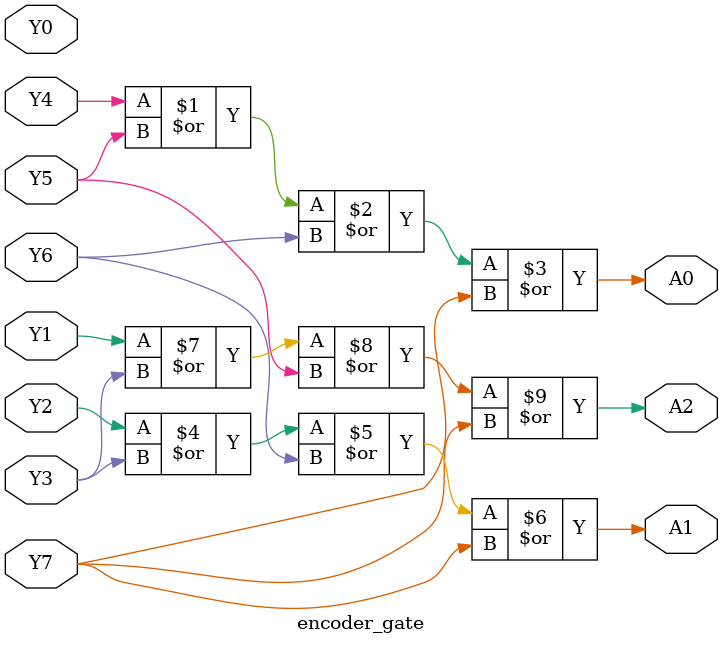
<source format=v>
module encoder_gate(Y0, Y1, Y2, Y3, Y4, Y5, Y6, Y7, A0, A1, A2);
  input Y0, Y1, Y2, Y3, Y4, Y5, Y6, Y7;
  output A0, A1, A2;
  
  or(A0, Y4, Y5, Y6, Y7);
  or(A1, Y2, Y3, Y6, Y7);
  or(A2, Y1, Y3, Y5, Y7);
endmodule

</source>
